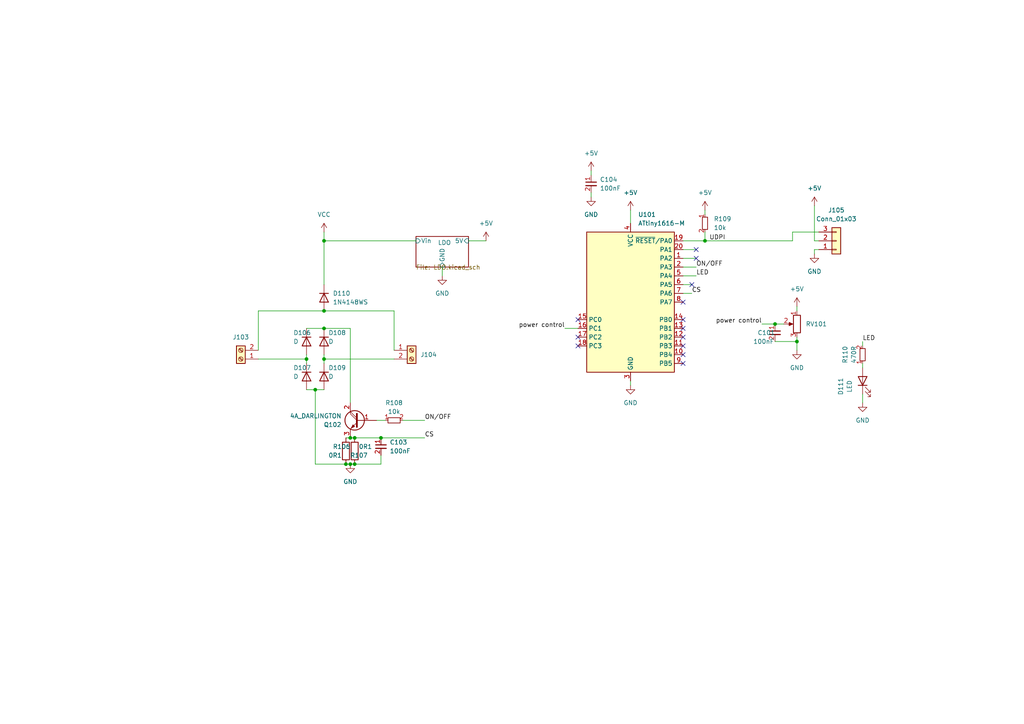
<source format=kicad_sch>
(kicad_sch (version 20230121) (generator eeschema)
  (paper "A4")
  (lib_symbols
    (symbol "Connector:Screw_Terminal_01x02" (pin_names (offset 1.016) hide)
      (property "Reference" "J" (at 0 2.54 0))
      (property "Value" "Screw_Terminal_01x02" (at 0 -5.08 0))
      (symbol "Screw_Terminal_01x02_1_1"
        (rectangle (start -1.27 1.27) (end 1.27 -3.81) (stroke (width 0.254)) (fill (type background)))
        (circle (center 0 -2.54) (radius 0.635) (stroke (width 0.1524)))
        (polyline (pts (xy -0.5334 -2.2098) (xy 0.3302 -3.048)) (stroke (width 0.1524)))
        (polyline (pts (xy -0.5334 0.3302) (xy 0.3302 -0.508)) (stroke (width 0.1524)))
        (polyline (pts (xy -0.3556 -2.032) (xy 0.508 -2.8702)) (stroke (width 0.1524)))
        (polyline (pts (xy -0.3556 0.508) (xy 0.508 -0.3302)) (stroke (width 0.1524)))
        (circle (center 0 0) (radius 0.635) (stroke (width 0.1524)))
        (pin passive line (at -5.08 0 0) (length 3.81) (name "Pin_1") (number "1"))
        (pin passive line (at -5.08 -2.54 0) (length 3.81) (name "Pin_2") (number "2"))
      )
    )
    (symbol "Connector_Generic:Conn_01x03" (pin_names (offset 1.016) hide)
      (property "Reference" "J" (at 0 5.08 0))
      (property "Value" "Conn_01x03" (at 0 -5.08 0))
      (symbol "Conn_01x03_1_1"
        (rectangle (start -1.27 -2.413) (end 0 -2.667) (stroke (width 0.1524)))
        (rectangle (start -1.27 0.127) (end 0 -0.127) (stroke (width 0.1524)))
        (rectangle (start -1.27 2.667) (end 0 2.413) (stroke (width 0.1524)))
        (rectangle (start -1.27 3.81) (end 1.27 -3.81) (stroke (width 0.254)) (fill (type background)))
        (pin passive line (at -5.08 2.54 0) (length 3.81) (name "Pin_1") (number "1"))
        (pin passive line (at -5.08 0 0) (length 3.81) (name "Pin_2") (number "2"))
        (pin passive line (at -5.08 -2.54 0) (length 3.81) (name "Pin_3") (number "3"))
      )
    )
    (symbol "Device:R_Potentiometer" (pin_names (offset 1.016) hide)
      (property "Reference" "RV" (at -4.445 0 90))
      (property "Value" "R_Potentiometer" (at -2.54 0 90))
      (symbol "R_Potentiometer_0_1"
        (polyline (pts (xy 2.54 0) (xy 1.524 0)))
        (polyline (pts (xy 1.143 0) (xy 2.286 0.508) (xy 2.286 -0.508) (xy 1.143 0)) (fill (type outline)))
        (rectangle (start 1.016 2.54) (end -1.016 -2.54) (stroke (width 0.254)))
      )
      (symbol "R_Potentiometer_1_1"
        (pin passive line (at 0 3.81 270) (length 1.27) (name "1") (number "1"))
        (pin passive line (at 3.81 0 180) (length 1.27) (name "2") (number "2"))
        (pin passive line (at 0 -3.81 90) (length 1.27) (name "3") (number "3"))
      )
    )
    (symbol "capacitor_miscellaneous:C_0402_100nF"
      (property "Reference" "C" (at 1.27 2.54 0))
      (property "Value" "100nF" (at 3.81 -2.54 0))
      (symbol "C_0402_100nF_0_1"
        (polyline (pts (xy -1.524 -0.508) (xy 1.524 -0.508)) (stroke (width 0.3302)))
        (polyline (pts (xy -1.524 0.508) (xy 1.524 0.508)) (stroke (width 0.3048)))
      )
      (symbol "C_0402_100nF_1_1"
        (pin passive line (at 0 2.54 270) (length 2.032) (name "~") (number "1"))
        (pin passive line (at 0 -2.54 90) (length 2.032) (name "~") (number "2"))
      )
    )
    (symbol "custom_kicad_lib_sk:1N4148WS" (pin_numbers hide) (pin_names hide)
      (property "Reference" "D" (at 0 2.54 0))
      (property "Value" "1N4148WS" (at 0 -2.54 0))
      (symbol "1N4148WS_0_1"
        (polyline (pts (xy -1.27 1.27) (xy -1.27 -1.27)) (stroke (width 0.254)))
        (polyline (pts (xy 1.27 0) (xy -1.27 0)))
        (polyline (pts (xy 1.27 1.27) (xy 1.27 -1.27) (xy -1.27 0) (xy 1.27 1.27)) (stroke (width 0.254)))
      )
      (symbol "1N4148WS_1_1"
        (pin passive line (at -3.81 0 0) (length 2.54) (name "K") (number "1"))
        (pin passive line (at 3.81 0 180) (length 2.54) (name "A") (number "2"))
      )
    )
    (symbol "custom_kicad_lib_sk:4A_DARLINGTON" (pin_names (offset 0) hide)
      (property "Reference" "Q" (at 4.572 1.27 0))
      (property "Value" "4A_DARLINGTON" (at 4.572 -1.27 0))
      (symbol "4A_DARLINGTON_0_1"
        (polyline (pts (xy 0.635 0.635) (xy 2.54 2.54)))
        (polyline (pts (xy 0.635 -0.635) (xy 2.54 -2.54) (xy 2.54 -2.54)))
        (polyline (pts (xy 0.635 0) (xy 2.54 1.905) (xy 2.54 2.54)))
        (polyline (pts (xy 0.635 1.905) (xy 0.635 -1.905) (xy 0.635 -1.905)) (stroke (width 0.508)))
        (polyline (pts (xy 1.27 -1.778) (xy 1.778 -1.27) (xy 2.286 -2.286) (xy 1.27 -1.778) (xy 1.27 -1.778)) (fill (type outline)))
        (circle (center 1.27 0) (radius 2.8194) (stroke (width 0.254)))
      )
      (symbol "4A_DARLINGTON_1_1"
        (pin input line (at -5.08 0 0) (length 5.715) (name "B") (number "1"))
        (pin passive line (at 2.54 5.08 270) (length 2.54) (name "C") (number "2"))
        (pin passive line (at 2.54 -5.08 90) (length 2.54) (name "E") (number "3"))
      )
    )
    (symbol "custom_kicad_lib_sk:ATtiny1616-M"
      (property "Reference" "U" (at -12.7 21.59 0))
      (property "Value" "ATtiny1616-M" (at 2.54 -21.59 0))
      (symbol "ATtiny1616-M_0_1"
        (rectangle (start -12.7 -20.32) (end 12.7 20.32) (stroke (width 0.254)) (fill (type background)))
      )
      (symbol "ATtiny1616-M_1_1"
        (pin bidirectional line (at 15.24 12.7 180) (length 2.54) (name "PA2") (number "1"))
        (pin bidirectional line (at 15.24 -15.24 180) (length 2.54) (name "PB4") (number "10"))
        (pin bidirectional line (at 15.24 -12.7 180) (length 2.54) (name "PB3") (number "11"))
        (pin bidirectional line (at 15.24 -10.16 180) (length 2.54) (name "PB2") (number "12"))
        (pin bidirectional line (at 15.24 -7.62 180) (length 2.54) (name "PB1") (number "13"))
        (pin bidirectional line (at 15.24 -5.08 180) (length 2.54) (name "PB0") (number "14"))
        (pin bidirectional line (at -15.24 -5.08 0) (length 2.54) (name "PC0") (number "15"))
        (pin bidirectional line (at -15.24 -7.62 0) (length 2.54) (name "PC1") (number "16"))
        (pin bidirectional line (at -15.24 -10.16 0) (length 2.54) (name "PC2") (number "17"))
        (pin bidirectional line (at -15.24 -12.7 0) (length 2.54) (name "PC3") (number "18"))
        (pin bidirectional line (at 15.24 17.78 180) (length 2.54) (name "~{RESET}/PA0") (number "19"))
        (pin bidirectional line (at 15.24 10.16 180) (length 2.54) (name "PA3") (number "2"))
        (pin bidirectional line (at 15.24 15.24 180) (length 2.54) (name "PA1") (number "20"))
        (pin passive line (at 0 -22.86 90) (length 2.54) hide (name "GND") (number "21"))
        (pin power_in line (at 0 -22.86 90) (length 2.54) (name "GND") (number "3"))
        (pin power_in line (at 0 22.86 270) (length 2.54) (name "VCC") (number "4"))
        (pin bidirectional line (at 15.24 7.62 180) (length 2.54) (name "PA4") (number "5"))
        (pin bidirectional line (at 15.24 5.08 180) (length 2.54) (name "PA5") (number "6"))
        (pin bidirectional line (at 15.24 2.54 180) (length 2.54) (name "PA6") (number "7"))
        (pin bidirectional line (at 15.24 0 180) (length 2.54) (name "PA7") (number "8"))
        (pin bidirectional line (at 15.24 -17.78 180) (length 2.54) (name "PB5") (number "9"))
      )
    )
    (symbol "custom_kicad_lib_sk:LED" (pin_numbers hide) (pin_names (offset 1.016) hide)
      (property "Reference" "D" (at 0 2.54 0))
      (property "Value" "LED" (at 0 -2.54 0))
      (property "JLCPCB Part#" "C2296" (at 0 0 0))
      (symbol "LED_0_1"
        (polyline (pts (xy -1.27 -1.27) (xy -1.27 1.27)) (stroke (width 0.254)))
        (polyline (pts (xy -1.27 0) (xy 1.27 0)))
        (polyline (pts (xy 1.27 -1.27) (xy 1.27 1.27) (xy -1.27 0) (xy 1.27 -1.27)) (stroke (width 0.254)))
        (polyline (pts (xy -3.048 -0.762) (xy -4.572 -2.286) (xy -3.81 -2.286) (xy -4.572 -2.286) (xy -4.572 -1.524)))
        (polyline (pts (xy -1.778 -0.762) (xy -3.302 -2.286) (xy -2.54 -2.286) (xy -3.302 -2.286) (xy -3.302 -1.524)))
      )
      (symbol "LED_1_1"
        (pin passive line (at -3.81 0 0) (length 2.54) (name "K") (number "1"))
        (pin passive line (at 3.81 0 180) (length 2.54) (name "A") (number "2"))
      )
    )
    (symbol "custom_kicad_lib_sk:SS54" (pin_numbers hide) (pin_names (offset 1.016) hide)
      (property "Reference" "D" (at 0 2.54 0))
      (property "Value" "D" (at 0 -1.27 0))
      (symbol "SS54_0_1"
        (polyline (pts (xy -1.27 2.54) (xy -1.27 0)) (stroke (width 0.254)))
        (polyline (pts (xy 1.27 1.27) (xy -1.27 1.27)))
        (polyline (pts (xy 1.27 2.54) (xy 1.27 0) (xy -1.27 1.27) (xy 1.27 2.54)) (stroke (width 0.254)))
      )
      (symbol "SS54_1_1"
        (pin passive line (at -3.81 1.27 0) (length 2.54) (name "K") (number "1"))
        (pin passive line (at 3.81 1.27 180) (length 2.54) (name "A") (number "2"))
      )
    )
    (symbol "power:+5V" (power) (pin_names (offset 0))
      (property "Value" "+5V" (at 0 3.556 0))
      (symbol "+5V_0_1"
        (polyline (pts (xy -0.762 1.27) (xy 0 2.54)))
        (polyline (pts (xy 0 0) (xy 0 2.54)))
        (polyline (pts (xy 0 2.54) (xy 0.762 1.27)))
      )
      (symbol "+5V_1_1"
        (pin power_in line (at 0 0 90) (length 0) hide (name "+5V") (number "1"))
      )
    )
    (symbol "power:GND" (power) (pin_names (offset 0))
      (property "Value" "GND" (at 0 -3.81 0))
      (symbol "GND_0_1"
        (polyline (pts (xy 0 0) (xy 0 -1.27) (xy 1.27 -1.27) (xy 0 -2.54) (xy -1.27 -1.27) (xy 0 -1.27)))
      )
      (symbol "GND_1_1"
        (pin power_in line (at 0 0 270) (length 0) hide (name "GND") (number "1"))
      )
    )
    (symbol "power:VCC" (power) (pin_names (offset 0))
      (property "Value" "VCC" (at 0 3.81 0))
      (symbol "VCC_0_1"
        (polyline (pts (xy -0.762 1.27) (xy 0 2.54)))
        (polyline (pts (xy 0 0) (xy 0 2.54)))
        (polyline (pts (xy 0 2.54) (xy 0.762 1.27)))
      )
      (symbol "VCC_1_1"
        (pin power_in line (at 0 0 90) (length 0) hide (name "VCC") (number "1"))
      )
    )
    (symbol "resistors_0603:R_10k_0603"
      (property "Reference" "R" (at 1.27 2.54 0))
      (property "Value" "10k" (at 2.54 -2.54 0))
      (symbol "R_10k_0603_0_1"
        (rectangle (start -0.762 1.778) (end 0.762 -1.778) (stroke (width 0.2032)))
      )
      (symbol "R_10k_0603_1_1"
        (pin passive line (at 0 2.54 270) (length 0.762) (name "~") (number "1"))
        (pin passive line (at 0 -2.54 90) (length 0.762) (name "~") (number "2"))
      )
    )
    (symbol "resistors_0603:R_470R_0603"
      (property "Reference" "R" (at 1.27 2.54 0))
      (property "Value" "470R" (at 2.54 -2.54 0))
      (symbol "R_470R_0603_0_1"
        (rectangle (start -0.762 1.778) (end 0.762 -1.778) (stroke (width 0.2032)))
      )
      (symbol "R_470R_0603_1_1"
        (pin passive line (at 0 2.54 270) (length 0.762) (name "~") (number "1"))
        (pin passive line (at 0 -2.54 90) (length 0.762) (name "~") (number "2"))
      )
    )
    (symbol "resistors_1206:R_0R1_1206" (pin_numbers hide) (pin_names (offset 0))
      (property "Reference" "R?" (at 1.778 1.2121 0))
      (property "Value" "0R1" (at 1.778 -1.2121 0))
      (symbol "R_0R1_1206_0_1"
        (rectangle (start -1.016 -2.54) (end 1.016 2.54) (stroke (width 0.254)))
      )
      (symbol "R_0R1_1206_1_1"
        (pin passive line (at 0 3.81 270) (length 1.27) (name "~") (number "1"))
        (pin passive line (at 0 -3.81 90) (length 1.27) (name "~") (number "2"))
      )
    )
  )
  (junction (at 93.98 69.85))
  (junction (at 110.49 127))
  (junction (at 102.87 134.62))
  (junction (at 101.6 134.62))
  (junction (at 224.79 93.98))
  (junction (at 93.98 90.17))
  (junction (at 91.44 113.03))
  (junction (at 204.47 69.85))
  (junction (at 102.87 127))
  (junction (at 88.9 104.14))
  (junction (at 100.33 134.62))
  (junction (at 93.98 95.25))
  (junction (at 93.98 104.14))
  (junction (at 231.14 99.06))
  (junction (at 101.6 127))
  (no_connect (at 198.12 105.41))
  (no_connect (at 198.12 100.33))
  (no_connect (at 198.12 102.87))
  (no_connect (at 167.64 100.33))
  (no_connect (at 200.66 82.55))
  (no_connect (at 201.93 74.93))
  (no_connect (at 198.12 87.63))
  (no_connect (at 198.12 95.25))
  (no_connect (at 201.93 72.39))
  (no_connect (at 167.64 97.79))
  (no_connect (at 198.12 92.71))
  (no_connect (at 167.64 92.71))
  (no_connect (at 198.12 97.79))
  (wire (pts (xy 93.98 90.17) (xy 74.93 90.17)))
  (wire (pts (xy 231.14 99.06) (xy 231.14 101.6)))
  (wire (pts (xy 91.44 134.62) (xy 100.33 134.62)))
  (wire (pts (xy 93.98 104.14) (xy 114.3 104.14)))
  (wire (pts (xy 116.84 121.92) (xy 123.19 121.92)))
  (wire (pts (xy 93.98 69.85) (xy 93.98 82.55)))
  (wire (pts (xy 182.88 60.96) (xy 182.88 64.77)))
  (wire (pts (xy 182.88 110.49) (xy 182.88 111.76)))
  (wire (pts (xy 198.12 72.39) (xy 201.93 72.39)))
  (wire (pts (xy 198.12 82.55) (xy 200.66 82.55)))
  (wire (pts (xy 101.6 127) (xy 102.87 127)))
  (wire (pts (xy 88.9 104.14) (xy 88.9 105.41)))
  (wire (pts (xy 236.22 72.39) (xy 237.49 72.39)))
  (wire (pts (xy 93.98 102.87) (xy 93.98 104.14)))
  (wire (pts (xy 198.12 77.47) (xy 201.93 77.47)))
  (wire (pts (xy 74.93 104.14) (xy 88.9 104.14)))
  (wire (pts (xy 224.79 99.06) (xy 231.14 99.06)))
  (wire (pts (xy 93.98 67.31) (xy 93.98 69.85)))
  (wire (pts (xy 88.9 102.87) (xy 88.9 104.14)))
  (wire (pts (xy 171.45 49.53) (xy 171.45 50.8)))
  (wire (pts (xy 198.12 69.85) (xy 204.47 69.85)))
  (wire (pts (xy 114.3 101.6) (xy 114.3 90.17)))
  (wire (pts (xy 198.12 80.01) (xy 201.93 80.01)))
  (wire (pts (xy 91.44 113.03) (xy 93.98 113.03)))
  (wire (pts (xy 100.33 127) (xy 101.6 127)))
  (wire (pts (xy 109.22 121.92) (xy 111.76 121.92)))
  (wire (pts (xy 250.19 99.06) (xy 250.19 100.33)))
  (wire (pts (xy 91.44 113.03) (xy 91.44 134.62)))
  (wire (pts (xy 236.22 69.85) (xy 237.49 69.85)))
  (wire (pts (xy 229.87 69.85) (xy 204.47 69.85)))
  (wire (pts (xy 100.33 134.62) (xy 101.6 134.62)))
  (wire (pts (xy 236.22 72.39) (xy 236.22 73.66)))
  (wire (pts (xy 204.47 60.96) (xy 204.47 62.23)))
  (wire (pts (xy 135.89 69.85) (xy 140.97 69.85)))
  (wire (pts (xy 102.87 134.62) (xy 110.49 134.62)))
  (wire (pts (xy 204.47 67.31) (xy 204.47 69.85)))
  (wire (pts (xy 101.6 95.25) (xy 101.6 116.84)))
  (wire (pts (xy 231.14 88.9) (xy 231.14 90.17)))
  (wire (pts (xy 224.79 93.98) (xy 227.33 93.98)))
  (wire (pts (xy 229.87 67.31) (xy 237.49 67.31)))
  (wire (pts (xy 114.3 90.17) (xy 93.98 90.17)))
  (wire (pts (xy 236.22 59.69) (xy 236.22 69.85)))
  (wire (pts (xy 88.9 113.03) (xy 91.44 113.03)))
  (wire (pts (xy 101.6 134.62) (xy 102.87 134.62)))
  (wire (pts (xy 93.98 95.25) (xy 101.6 95.25)))
  (wire (pts (xy 250.19 114.3) (xy 250.19 116.84)))
  (wire (pts (xy 88.9 95.25) (xy 93.98 95.25)))
  (wire (pts (xy 102.87 127) (xy 110.49 127)))
  (wire (pts (xy 229.87 67.31) (xy 229.87 69.85)))
  (wire (pts (xy 128.27 77.47) (xy 128.27 80.01)))
  (wire (pts (xy 220.98 93.98) (xy 224.79 93.98)))
  (wire (pts (xy 198.12 74.93) (xy 201.93 74.93)))
  (wire (pts (xy 110.49 132.08) (xy 110.49 134.62)))
  (wire (pts (xy 74.93 90.17) (xy 74.93 101.6)))
  (wire (pts (xy 171.45 55.88) (xy 171.45 57.15)))
  (wire (pts (xy 110.49 127) (xy 123.19 127)))
  (wire (pts (xy 231.14 97.79) (xy 231.14 99.06)))
  (wire (pts (xy 93.98 69.85) (xy 120.65 69.85)))
  (wire (pts (xy 163.83 95.25) (xy 167.64 95.25)))
  (wire (pts (xy 93.98 104.14) (xy 93.98 105.41)))
  (wire (pts (xy 198.12 85.09) (xy 200.66 85.09)))
  (wire (pts (xy 250.19 105.41) (xy 250.19 106.68)))
  (label "CS" (at 200.66 85.09 0))
  (label "UDPI" (at 205.74 69.85 0))
  (label "ON{slash}OFF" (at 123.19 121.92 0))
  (label "power control" (at 163.83 95.25 180))
  (label "power control" (at 220.98 93.98 180))
  (label "LED" (at 201.93 80.01 0))
  (label "CS" (at 123.19 127 0))
  (label "LED" (at 250.19 99.06 0))
  (label "ON{slash}OFF" (at 201.93 77.47 0))
  (symbol (lib_id "power:GND") (at 101.6 134.62 0) (unit 1)
    (property "Reference" "#PWR0103" (effects hide))
    (property "Value" "GND" (at 101.6 139.7 0))
  )
  (symbol (lib_id "capacitor_miscellaneous:C_0402_100nF") (at 171.45 53.34 0) (unit 1)
    (property "Reference" "C104" (at 173.99 52.0763 0) (effects (justify left)))
    (property "Value" "100nF" (at 173.99 54.6163 0) (effects (justify left)))
    (property "Footprint" "Capacitor_SMD:C_0402_1005Metric" (effects hide))
    (property "JLCPCB Part#" "C307331" (effects hide))
  )
  (symbol (lib_id "Connector:Screw_Terminal_01x02") (at 69.85 104.14 180) (unit 1)
    (property "Reference" "J103" (at 69.85 97.79 0))
    (property "Value" "Screw_Terminal_01x02" (effects hide))
    (property "Footprint" "TerminalBlock_Phoenix:TerminalBlock_Phoenix_MKDS-1,5-2-5.08_1x02_P5.08mm_Horizontal" (effects hide))
  )
  (symbol (lib_id "custom_kicad_lib_sk:SS54") (at 92.71 99.06 270) (unit 1)
    (property "Reference" "D108" (at 95.25 96.52 90) (effects (justify left)))
    (property "Value" "D" (at 95.25 99.06 90) (effects (justify left)))
    (property "Footprint" "Diode_SMD:D_SMA" (effects hide))
    (property "Sim.Device" "D" (effects hide))
    (property "Sim.Pins" "1=K 2=A" (effects hide))
    (property "JLCPCB Part#" "C22452" (effects hide))
  )
  (symbol (lib_id "power:GND") (at 171.45 57.15 0) (unit 1)
    (property "Reference" "#PWR0107" (effects hide))
    (property "Value" "GND" (at 171.45 62.23 0))
  )
  (symbol (lib_id "custom_kicad_lib_sk:SS54") (at 87.63 99.06 270) (unit 1)
    (property "Reference" "D106" (at 85.09 96.52 90) (effects (justify left)))
    (property "Value" "D" (at 85.09 99.06 90) (effects (justify left)))
    (property "Footprint" "Diode_SMD:D_SMA" (effects hide))
    (property "Sim.Device" "D" (effects hide))
    (property "Sim.Pins" "1=K 2=A" (effects hide))
    (property "JLCPCB Part#" "C22452" (effects hide))
  )
  (symbol (lib_id "capacitor_miscellaneous:C_0402_100nF") (at 224.79 96.52 0) (unit 1)
    (property "Reference" "C101" (at 219.71 96.52 0) (effects (justify left)))
    (property "Value" "100nF" (at 218.44 99.06 0) (effects (justify left)))
    (property "Footprint" "Capacitor_SMD:C_0402_1005Metric" (effects hide))
    (property "JLCPCB Part#" "C307331" (effects hide))
  )
  (symbol (lib_id "power:GND") (at 128.27 80.01 0) (unit 1)
    (property "Reference" "#PWR0104" (effects hide))
    (property "Value" "GND" (at 128.27 85.09 0))
  )
  (symbol (lib_id "resistors_1206:R_0R1_1206") (at 102.87 130.81 180) (unit 1)
    (property "Reference" "R107" (at 106.68 132.08 0) (effects (justify left)))
    (property "Value" "0R1" (at 107.95 129.54 0) (effects (justify left)))
    (property "Footprint" "Resistor_SMD:R_1206_3216Metric" (effects hide))
    (property "JLCPCB Part#" "C25334" (effects hide))
  )
  (symbol (lib_id "resistors_1206:R_0R1_1206") (at 100.33 130.81 0) (unit 1)
    (property "Reference" "R106" (at 96.52 129.54 0) (effects (justify left)))
    (property "Value" "0R1" (at 95.25 132.08 0) (effects (justify left)))
    (property "Footprint" "Resistor_SMD:R_1206_3216Metric" (effects hide))
    (property "JLCPCB Part#" "C25334" (effects hide))
  )
  (symbol (lib_id "custom_kicad_lib_sk:4A_DARLINGTON") (at 104.14 121.92 0) (mirror y) (unit 1)
    (property "Reference" "Q102" (at 99.06 123.19 0) (effects (justify left)))
    (property "Value" "4A_DARLINGTON" (at 99.06 120.65 0) (effects (justify left)))
    (property "Footprint" "Package_TO_SOT_SMD:TO-252-2" (effects hide))
    (property "JLCPCB Part#" "C12789" (effects hide))
  )
  (symbol (lib_id "power:GND") (at 231.14 101.6 0) (unit 1)
    (property "Reference" "#PWR0114" (effects hide))
    (property "Value" "GND" (at 231.14 106.68 0))
  )
  (symbol (lib_id "custom_kicad_lib_sk:LED") (at 250.19 110.49 90) (unit 1)
    (property "Reference" "D111" (at 243.84 112.0775 0))
    (property "Value" "LED" (at 246.38 112.0775 0))
    (property "Footprint" "LED_SMD:LED_0805_2012Metric_Pad1.15x1.40mm_HandSolder" (effects hide))
    (property "JLCPCB Part#" "C2296" (effects hide))
  )
  (symbol (lib_id "power:+5V") (at 171.45 49.53 0) (unit 1)
    (property "Reference" "#PWR0106" (effects hide))
    (property "Value" "+5V" (at 171.45 44.45 0))
  )
  (symbol (lib_id "custom_kicad_lib_sk:ATtiny1616-M") (at 182.88 87.63 0) (unit 1)
    (property "Reference" "U101" (at 185.0741 62.23 0) (effects (justify left)))
    (property "Value" "ATtiny1616-M" (at 185.0741 64.77 0) (effects (justify left)))
    (property "Footprint" "custom_kicad_lib_sk:VQFN-20-1EP_3x3mm_P0.4mm_EP1.7x1.7mm" (effects hide))
    (property "Datasheet" "http://ww1.microchip.com/downloads/en/DeviceDoc/ATtiny3216_ATtiny1616-data-sheet-40001997B.pdf" (effects hide))
    (property "JLCPCB Part#" "C507118" (effects hide))
  )
  (symbol (lib_id "custom_kicad_lib_sk:SS54") (at 92.71 109.22 270) (unit 1)
    (property "Reference" "D109" (at 95.25 106.68 90) (effects (justify left)))
    (property "Value" "D" (at 95.25 109.22 90) (effects (justify left)))
    (property "Footprint" "Diode_SMD:D_SMA" (effects hide))
    (property "Sim.Device" "D" (effects hide))
    (property "Sim.Pins" "1=K 2=A" (effects hide))
    (property "JLCPCB Part#" "C22452" (effects hide))
  )
  (symbol (lib_id "power:+5V") (at 182.88 60.96 0) (unit 1)
    (property "Reference" "#PWR0108" (effects hide))
    (property "Value" "+5V" (at 182.88 55.88 0))
  )
  (symbol (lib_id "Connector:Screw_Terminal_01x02") (at 119.38 101.6 0) (unit 1)
    (property "Reference" "J104" (at 121.92 102.87 0) (effects (justify left)))
    (property "Value" "Screw_Terminal_01x02" (effects hide))
    (property "Footprint" "TerminalBlock_Phoenix:TerminalBlock_Phoenix_MKDS-1,5-2-5.08_1x02_P5.08mm_Horizontal" (effects hide))
  )
  (symbol (lib_id "power:GND") (at 182.88 111.76 0) (unit 1)
    (property "Reference" "#PWR0109" (effects hide))
    (property "Value" "GND" (at 182.88 116.84 0))
  )
  (symbol (lib_id "power:+5V") (at 204.47 60.96 0) (unit 1)
    (property "Reference" "#PWR0110" (effects hide))
    (property "Value" "+5V" (at 204.47 55.88 0))
  )
  (symbol (lib_id "resistors_0603:R_10k_0603") (at 114.3 121.92 90) (unit 1)
    (property "Reference" "R108" (at 114.3 116.84 90))
    (property "Value" "10k" (at 114.3 119.38 90))
    (property "Footprint" "custom_kicad_lib_sk:R_0603_smalltext" (effects hide))
    (property "JLCPCB Part#" "C25804" (effects hide))
  )
  (symbol (lib_id "resistors_0603:R_10k_0603") (at 204.47 64.77 0) (unit 1)
    (property "Reference" "R109" (at 207.01 63.5 0) (effects (justify left)))
    (property "Value" "10k" (at 207.01 66.04 0) (effects (justify left)))
    (property "Footprint" "custom_kicad_lib_sk:R_0603_smalltext" (effects hide))
    (property "JLCPCB Part#" "C25804" (effects hide))
  )
  (symbol (lib_id "power:+5V") (at 236.22 59.69 0) (unit 1)
    (property "Reference" "#PWR0111" (effects hide))
    (property "Value" "+5V" (at 236.22 54.61 0))
  )
  (symbol (lib_id "power:VCC") (at 93.98 67.31 0) (unit 1)
    (property "Reference" "#PWR0102" (effects hide))
    (property "Value" "VCC" (at 93.98 62.23 0))
  )
  (symbol (lib_id "resistors_0603:R_470R_0603") (at 250.19 102.87 180) (unit 1)
    (property "Reference" "R110" (at 245.11 102.87 90))
    (property "Value" "470R" (at 247.65 102.87 90))
    (property "Footprint" "custom_kicad_lib_sk:R_0603_smalltext" (effects hide))
    (property "JLCPCB Part#" "C23179" (effects hide))
  )
  (symbol (lib_id "Connector_Generic:Conn_01x03") (at 242.57 69.85 0) (mirror x) (unit 1)
    (property "Reference" "J105" (at 242.57 60.96 0))
    (property "Value" "Conn_01x03" (at 242.57 63.5 0))
    (property "Footprint" "Connector_PinHeader_1.27mm:PinHeader_1x03_P1.27mm_Vertical" (effects hide))
  )
  (symbol (lib_id "power:+5V") (at 140.97 69.85 0) (unit 1)
    (property "Reference" "#PWR0105" (effects hide))
    (property "Value" "+5V" (at 140.97 64.77 0))
  )
  (symbol (lib_id "custom_kicad_lib_sk:1N4148WS") (at 93.98 86.36 270) (unit 1)
    (property "Reference" "D110" (at 96.52 85.09 90) (effects (justify left)))
    (property "Value" "1N4148WS" (at 96.52 87.63 90) (effects (justify left)))
    (property "Footprint" "Diode_SMD:D_SOD-323" (effects hide))
    (property "Datasheet" "https://www.vishay.com/docs/85751/1n4148ws.pdf" (effects hide))
    (property "Sim.Device" "D" (effects hide))
    (property "Sim.Pins" "1=K 2=A" (effects hide))
    (property "JLCPCB Part#" "C2128" (effects hide))
  )
  (symbol (lib_id "capacitor_miscellaneous:C_0402_100nF") (at 110.49 129.54 0) (unit 1)
    (property "Reference" "C103" (at 113.03 128.2763 0) (effects (justify left)))
    (property "Value" "100nF" (at 113.03 130.8163 0) (effects (justify left)))
    (property "Footprint" "Capacitor_SMD:C_0402_1005Metric" (effects hide))
    (property "JLCPCB Part#" "C307331" (effects hide))
  )
  (symbol (lib_id "power:+5V") (at 231.14 88.9 0) (unit 1)
    (property "Reference" "#PWR0101" (effects hide))
    (property "Value" "+5V" (at 231.14 83.82 0))
  )
  (symbol (lib_id "power:GND") (at 250.19 116.84 0) (unit 1)
    (property "Reference" "#PWR0113" (effects hide))
    (property "Value" "GND" (at 250.19 121.92 0))
  )
  (symbol (lib_id "Device:R_Potentiometer") (at 231.14 93.98 0) (mirror y) (unit 1)
    (property "Reference" "RV101" (at 233.68 93.98 0) (effects (justify right)))
    (property "Value" "R_Potentiometer" (effects hide))
    (property "Footprint" "Potentiometer_SMD:Potentiometer_Bourns_TC33X_Vertical" (effects hide))
    (property "JLCPCB Part#" "C128550" (effects hide))
  )
  (symbol (lib_id "custom_kicad_lib_sk:SS54") (at 87.63 109.22 270) (unit 1)
    (property "Reference" "D107" (at 85.09 106.68 90) (effects (justify left)))
    (property "Value" "D" (at 85.09 109.22 90) (effects (justify left)))
    (property "Footprint" "Diode_SMD:D_SMA" (effects hide))
    (property "Sim.Device" "D" (effects hide))
    (property "Sim.Pins" "1=K 2=A" (effects hide))
    (property "JLCPCB Part#" "C22452" (effects hide))
  )
  (symbol (lib_id "power:GND") (at 236.22 73.66 0) (unit 1)
    (property "Reference" "#PWR0112" (effects hide))
    (property "Value" "GND" (at 236.22 78.74 0))
  )
  (sheet (at 120.65 68.58) (size 15.24 8.89) (stroke (width 0.1524))
    (property "Sheetname" "LDO" (at 127 71.12 0) (effects (justify left bottom)))
    (property "Sheetfile" "LDO.kicad_sch" (at 120.65 76.7846 0) (effects (justify left top)))
    (pin "GND" input (at 128.27 77.47 270))
    (pin "5V" input (at 135.89 69.85 0))
    (pin "Vin" input (at 120.65 69.85 180))
  )
)
</source>
